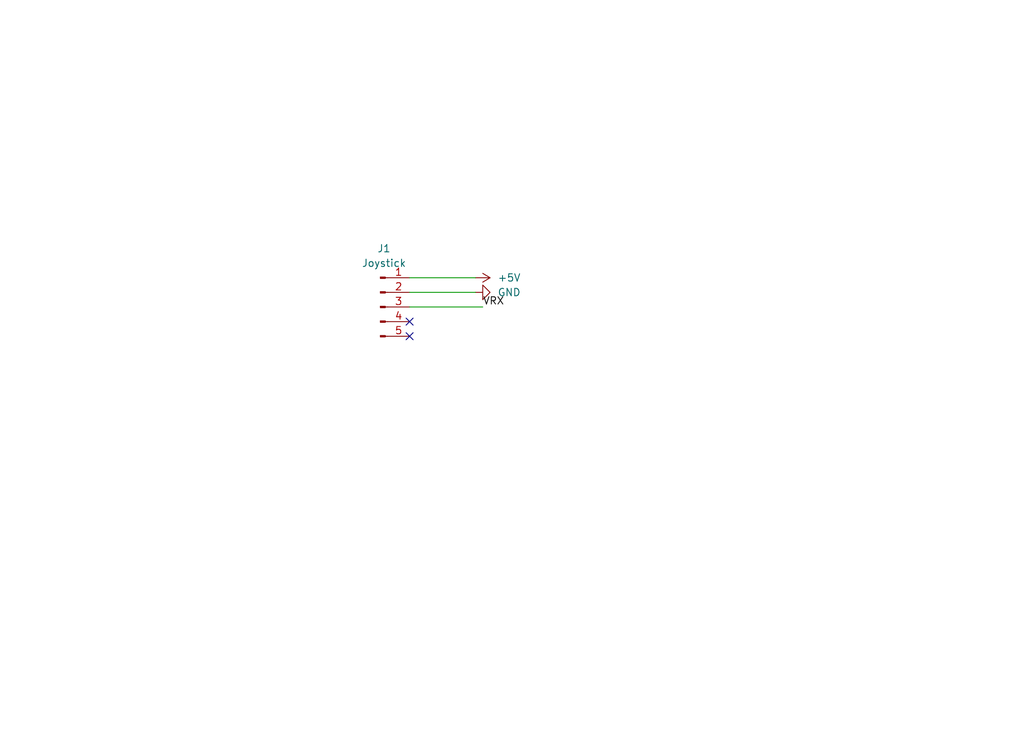
<source format=kicad_sch>
(kicad_sch
	(version 20231120)
	(generator "eeschema")
	(generator_version "8.0")
	(uuid "c95b6326-7434-4782-a8fc-08041445afb8")
	(paper "User" 177.8 127)
	(title_block
		(title "Offboard 8-Ohm Speaker")
		(company "ECE 47700 Team 01")
	)
	(lib_symbols
		(symbol "Connector:Conn_01x05_Pin"
			(pin_names
				(offset 1.016) hide)
			(exclude_from_sim no)
			(in_bom yes)
			(on_board yes)
			(property "Reference" "J"
				(at 0 7.62 0)
				(effects
					(font
						(size 1.27 1.27)
					)
				)
			)
			(property "Value" "Conn_01x05_Pin"
				(at 0 -7.62 0)
				(effects
					(font
						(size 1.27 1.27)
					)
				)
			)
			(property "Footprint" ""
				(at 0 0 0)
				(effects
					(font
						(size 1.27 1.27)
					)
					(hide yes)
				)
			)
			(property "Datasheet" "~"
				(at 0 0 0)
				(effects
					(font
						(size 1.27 1.27)
					)
					(hide yes)
				)
			)
			(property "Description" "Generic connector, single row, 01x05, script generated"
				(at 0 0 0)
				(effects
					(font
						(size 1.27 1.27)
					)
					(hide yes)
				)
			)
			(property "ki_locked" ""
				(at 0 0 0)
				(effects
					(font
						(size 1.27 1.27)
					)
				)
			)
			(property "ki_keywords" "connector"
				(at 0 0 0)
				(effects
					(font
						(size 1.27 1.27)
					)
					(hide yes)
				)
			)
			(property "ki_fp_filters" "Connector*:*_1x??_*"
				(at 0 0 0)
				(effects
					(font
						(size 1.27 1.27)
					)
					(hide yes)
				)
			)
			(symbol "Conn_01x05_Pin_1_1"
				(polyline
					(pts
						(xy 1.27 -5.08) (xy 0.8636 -5.08)
					)
					(stroke
						(width 0.1524)
						(type default)
					)
					(fill
						(type none)
					)
				)
				(polyline
					(pts
						(xy 1.27 -2.54) (xy 0.8636 -2.54)
					)
					(stroke
						(width 0.1524)
						(type default)
					)
					(fill
						(type none)
					)
				)
				(polyline
					(pts
						(xy 1.27 0) (xy 0.8636 0)
					)
					(stroke
						(width 0.1524)
						(type default)
					)
					(fill
						(type none)
					)
				)
				(polyline
					(pts
						(xy 1.27 2.54) (xy 0.8636 2.54)
					)
					(stroke
						(width 0.1524)
						(type default)
					)
					(fill
						(type none)
					)
				)
				(polyline
					(pts
						(xy 1.27 5.08) (xy 0.8636 5.08)
					)
					(stroke
						(width 0.1524)
						(type default)
					)
					(fill
						(type none)
					)
				)
				(rectangle
					(start 0.8636 -4.953)
					(end 0 -5.207)
					(stroke
						(width 0.1524)
						(type default)
					)
					(fill
						(type outline)
					)
				)
				(rectangle
					(start 0.8636 -2.413)
					(end 0 -2.667)
					(stroke
						(width 0.1524)
						(type default)
					)
					(fill
						(type outline)
					)
				)
				(rectangle
					(start 0.8636 0.127)
					(end 0 -0.127)
					(stroke
						(width 0.1524)
						(type default)
					)
					(fill
						(type outline)
					)
				)
				(rectangle
					(start 0.8636 2.667)
					(end 0 2.413)
					(stroke
						(width 0.1524)
						(type default)
					)
					(fill
						(type outline)
					)
				)
				(rectangle
					(start 0.8636 5.207)
					(end 0 4.953)
					(stroke
						(width 0.1524)
						(type default)
					)
					(fill
						(type outline)
					)
				)
				(pin passive line
					(at 5.08 5.08 180)
					(length 3.81)
					(name "Pin_1"
						(effects
							(font
								(size 1.27 1.27)
							)
						)
					)
					(number "1"
						(effects
							(font
								(size 1.27 1.27)
							)
						)
					)
				)
				(pin passive line
					(at 5.08 2.54 180)
					(length 3.81)
					(name "Pin_2"
						(effects
							(font
								(size 1.27 1.27)
							)
						)
					)
					(number "2"
						(effects
							(font
								(size 1.27 1.27)
							)
						)
					)
				)
				(pin passive line
					(at 5.08 0 180)
					(length 3.81)
					(name "Pin_3"
						(effects
							(font
								(size 1.27 1.27)
							)
						)
					)
					(number "3"
						(effects
							(font
								(size 1.27 1.27)
							)
						)
					)
				)
				(pin passive line
					(at 5.08 -2.54 180)
					(length 3.81)
					(name "Pin_4"
						(effects
							(font
								(size 1.27 1.27)
							)
						)
					)
					(number "4"
						(effects
							(font
								(size 1.27 1.27)
							)
						)
					)
				)
				(pin passive line
					(at 5.08 -5.08 180)
					(length 3.81)
					(name "Pin_5"
						(effects
							(font
								(size 1.27 1.27)
							)
						)
					)
					(number "5"
						(effects
							(font
								(size 1.27 1.27)
							)
						)
					)
				)
			)
		)
		(symbol "power:+5V"
			(power)
			(pin_numbers hide)
			(pin_names
				(offset 0) hide)
			(exclude_from_sim no)
			(in_bom yes)
			(on_board yes)
			(property "Reference" "#PWR"
				(at 0 -3.81 0)
				(effects
					(font
						(size 1.27 1.27)
					)
					(hide yes)
				)
			)
			(property "Value" "+5V"
				(at 0 3.556 0)
				(effects
					(font
						(size 1.27 1.27)
					)
				)
			)
			(property "Footprint" ""
				(at 0 0 0)
				(effects
					(font
						(size 1.27 1.27)
					)
					(hide yes)
				)
			)
			(property "Datasheet" ""
				(at 0 0 0)
				(effects
					(font
						(size 1.27 1.27)
					)
					(hide yes)
				)
			)
			(property "Description" "Power symbol creates a global label with name \"+5V\""
				(at 0 0 0)
				(effects
					(font
						(size 1.27 1.27)
					)
					(hide yes)
				)
			)
			(property "ki_keywords" "global power"
				(at 0 0 0)
				(effects
					(font
						(size 1.27 1.27)
					)
					(hide yes)
				)
			)
			(symbol "+5V_0_1"
				(polyline
					(pts
						(xy -0.762 1.27) (xy 0 2.54)
					)
					(stroke
						(width 0)
						(type default)
					)
					(fill
						(type none)
					)
				)
				(polyline
					(pts
						(xy 0 0) (xy 0 2.54)
					)
					(stroke
						(width 0)
						(type default)
					)
					(fill
						(type none)
					)
				)
				(polyline
					(pts
						(xy 0 2.54) (xy 0.762 1.27)
					)
					(stroke
						(width 0)
						(type default)
					)
					(fill
						(type none)
					)
				)
			)
			(symbol "+5V_1_1"
				(pin power_in line
					(at 0 0 90)
					(length 0)
					(name "~"
						(effects
							(font
								(size 1.27 1.27)
							)
						)
					)
					(number "1"
						(effects
							(font
								(size 1.27 1.27)
							)
						)
					)
				)
			)
		)
		(symbol "power:GND"
			(power)
			(pin_numbers hide)
			(pin_names
				(offset 0) hide)
			(exclude_from_sim no)
			(in_bom yes)
			(on_board yes)
			(property "Reference" "#PWR"
				(at 0 -6.35 0)
				(effects
					(font
						(size 1.27 1.27)
					)
					(hide yes)
				)
			)
			(property "Value" "GND"
				(at 0 -3.81 0)
				(effects
					(font
						(size 1.27 1.27)
					)
				)
			)
			(property "Footprint" ""
				(at 0 0 0)
				(effects
					(font
						(size 1.27 1.27)
					)
					(hide yes)
				)
			)
			(property "Datasheet" ""
				(at 0 0 0)
				(effects
					(font
						(size 1.27 1.27)
					)
					(hide yes)
				)
			)
			(property "Description" "Power symbol creates a global label with name \"GND\" , ground"
				(at 0 0 0)
				(effects
					(font
						(size 1.27 1.27)
					)
					(hide yes)
				)
			)
			(property "ki_keywords" "global power"
				(at 0 0 0)
				(effects
					(font
						(size 1.27 1.27)
					)
					(hide yes)
				)
			)
			(symbol "GND_0_1"
				(polyline
					(pts
						(xy 0 0) (xy 0 -1.27) (xy 1.27 -1.27) (xy 0 -2.54) (xy -1.27 -1.27) (xy 0 -1.27)
					)
					(stroke
						(width 0)
						(type default)
					)
					(fill
						(type none)
					)
				)
			)
			(symbol "GND_1_1"
				(pin power_in line
					(at 0 0 270)
					(length 0)
					(name "~"
						(effects
							(font
								(size 1.27 1.27)
							)
						)
					)
					(number "1"
						(effects
							(font
								(size 1.27 1.27)
							)
						)
					)
				)
			)
		)
	)
	(no_connect
		(at 71.12 58.42)
		(uuid "378c9024-065a-4c88-9070-85f9d5e546d6")
	)
	(no_connect
		(at 71.12 55.88)
		(uuid "4af4753a-21f8-4e95-90e2-551bc4733f87")
	)
	(wire
		(pts
			(xy 71.12 53.34) (xy 83.82 53.34)
		)
		(stroke
			(width 0)
			(type default)
		)
		(uuid "53da78bf-1246-4832-9bff-f16f83b2d073")
	)
	(wire
		(pts
			(xy 71.12 48.26) (xy 82.55 48.26)
		)
		(stroke
			(width 0)
			(type default)
		)
		(uuid "5a7fee53-d4c8-4a39-ae81-7e28e94676d0")
	)
	(wire
		(pts
			(xy 71.12 50.8) (xy 82.55 50.8)
		)
		(stroke
			(width 0)
			(type default)
		)
		(uuid "c84e4128-5a2b-41f5-a5f3-f284bdd9cb1f")
	)
	(label "VRX"
		(at 83.82 53.34 0)
		(effects
			(font
				(size 1.27 1.27)
			)
			(justify left bottom)
		)
		(uuid "74b098f6-bd71-4ebc-ae6c-d72f468983a9")
	)
	(symbol
		(lib_id "power:+5V")
		(at 82.55 48.26 270)
		(unit 1)
		(exclude_from_sim no)
		(in_bom yes)
		(on_board yes)
		(dnp no)
		(fields_autoplaced yes)
		(uuid "3ff08638-1067-4378-9840-2612e6be0a97")
		(property "Reference" "#PWR05"
			(at 78.74 48.26 0)
			(effects
				(font
					(size 1.27 1.27)
				)
				(hide yes)
			)
		)
		(property "Value" "+5V"
			(at 86.36 48.2599 90)
			(effects
				(font
					(size 1.27 1.27)
				)
				(justify left)
			)
		)
		(property "Footprint" ""
			(at 82.55 48.26 0)
			(effects
				(font
					(size 1.27 1.27)
				)
				(hide yes)
			)
		)
		(property "Datasheet" ""
			(at 82.55 48.26 0)
			(effects
				(font
					(size 1.27 1.27)
				)
				(hide yes)
			)
		)
		(property "Description" "Power symbol creates a global label with name \"+5V\""
			(at 82.55 48.26 0)
			(effects
				(font
					(size 1.27 1.27)
				)
				(hide yes)
			)
		)
		(pin "1"
			(uuid "07f3392a-ae69-4343-b4c0-a74b034a719c")
		)
		(instances
			(project ""
				(path "/f30e32cb-2739-4c2d-b8a9-29b638d16cbf/ecd09274-0bf4-4fb1-9db3-6815679b49c2"
					(reference "#PWR05")
					(unit 1)
				)
			)
		)
	)
	(symbol
		(lib_id "power:GND")
		(at 82.55 50.8 90)
		(unit 1)
		(exclude_from_sim no)
		(in_bom yes)
		(on_board yes)
		(dnp no)
		(uuid "da96fa65-6028-477e-a5dc-8f2a7065dafc")
		(property "Reference" "#PWR06"
			(at 88.9 50.8 0)
			(effects
				(font
					(size 1.27 1.27)
				)
				(hide yes)
			)
		)
		(property "Value" "GND"
			(at 86.36 50.7999 90)
			(effects
				(font
					(size 1.27 1.27)
				)
				(justify right)
			)
		)
		(property "Footprint" ""
			(at 82.55 50.8 0)
			(effects
				(font
					(size 1.27 1.27)
				)
				(hide yes)
			)
		)
		(property "Datasheet" ""
			(at 82.55 50.8 0)
			(effects
				(font
					(size 1.27 1.27)
				)
				(hide yes)
			)
		)
		(property "Description" "Power symbol creates a global label with name \"GND\" , ground"
			(at 82.55 50.8 0)
			(effects
				(font
					(size 1.27 1.27)
				)
				(hide yes)
			)
		)
		(pin "1"
			(uuid "1a20fc9b-5c19-4042-a89d-c8c595c7e9c5")
		)
		(instances
			(project ""
				(path "/f30e32cb-2739-4c2d-b8a9-29b638d16cbf/ecd09274-0bf4-4fb1-9db3-6815679b49c2"
					(reference "#PWR06")
					(unit 1)
				)
			)
		)
	)
	(symbol
		(lib_id "Connector:Conn_01x05_Pin")
		(at 66.04 53.34 0)
		(unit 1)
		(exclude_from_sim no)
		(in_bom yes)
		(on_board yes)
		(dnp no)
		(fields_autoplaced yes)
		(uuid "fa2a8076-fa10-4aeb-b8bc-90ec1f6e0753")
		(property "Reference" "J1"
			(at 66.675 43.18 0)
			(effects
				(font
					(size 1.27 1.27)
				)
			)
		)
		(property "Value" "Joystick"
			(at 66.675 45.72 0)
			(effects
				(font
					(size 1.27 1.27)
				)
			)
		)
		(property "Footprint" ""
			(at 66.04 53.34 0)
			(effects
				(font
					(size 1.27 1.27)
				)
				(hide yes)
			)
		)
		(property "Datasheet" "~"
			(at 66.04 53.34 0)
			(effects
				(font
					(size 1.27 1.27)
				)
				(hide yes)
			)
		)
		(property "Description" "Generic connector, single row, 01x05, script generated"
			(at 66.04 53.34 0)
			(effects
				(font
					(size 1.27 1.27)
				)
				(hide yes)
			)
		)
		(pin "5"
			(uuid "6fee0da9-b9e9-4240-90d6-af287f62bc54")
		)
		(pin "3"
			(uuid "5cdb375d-a0fd-4ad7-ae15-f568cda5fc48")
		)
		(pin "1"
			(uuid "ec33e8e0-6d7e-494a-814a-d188d4c150e3")
		)
		(pin "2"
			(uuid "d16d399b-360e-4a52-923e-ad3d54329399")
		)
		(pin "4"
			(uuid "5f3b5236-47b9-4134-8738-c39433648930")
		)
		(instances
			(project ""
				(path "/f30e32cb-2739-4c2d-b8a9-29b638d16cbf/ecd09274-0bf4-4fb1-9db3-6815679b49c2"
					(reference "J1")
					(unit 1)
				)
			)
		)
	)
)

</source>
